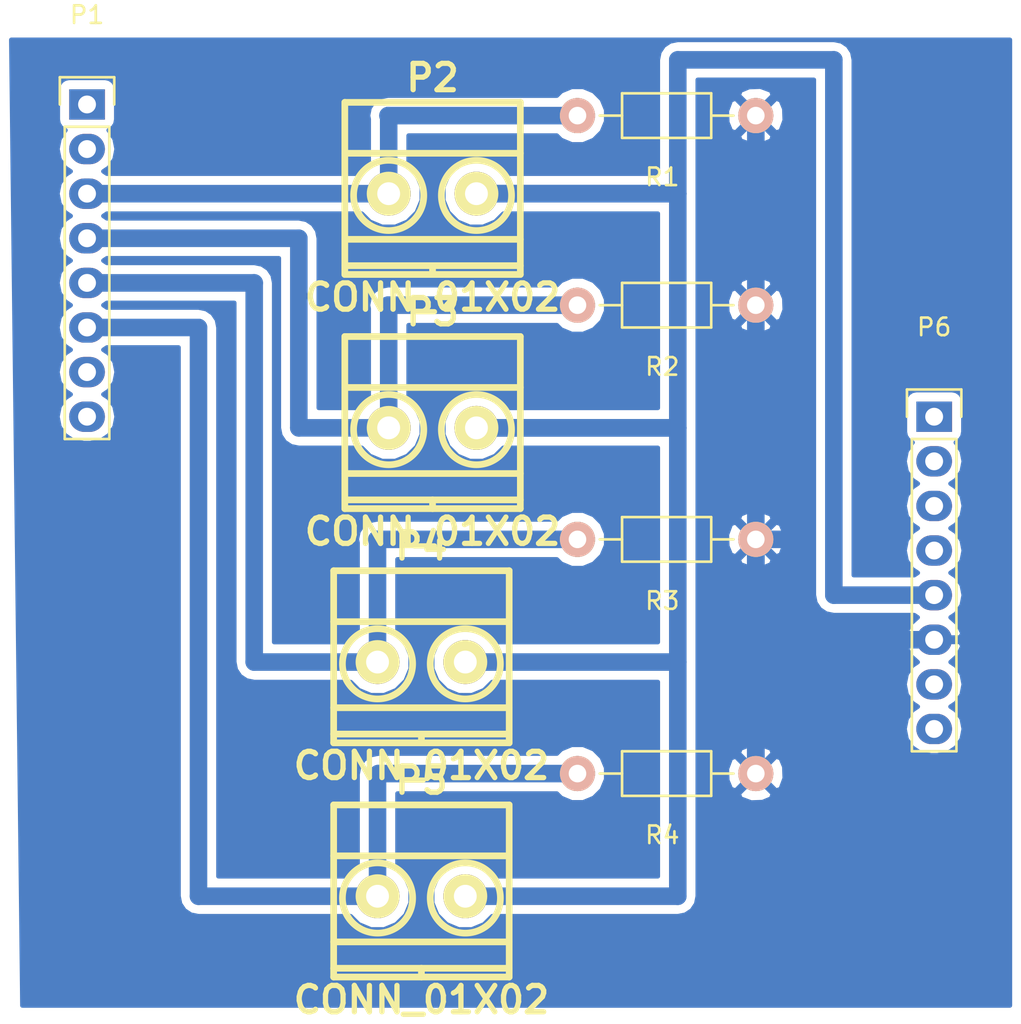
<source format=kicad_pcb>
(kicad_pcb (version 4) (host pcbnew 4.0.4-stable)

  (general
    (links 16)
    (no_connects 0)
    (area 110.536667 95.525 168.863334 154.135)
    (thickness 1.6)
    (drawings 0)
    (tracks 41)
    (zones 0)
    (modules 10)
    (nets 17)
  )

  (page A4)
  (layers
    (0 F.Cu signal)
    (31 B.Cu signal)
    (32 B.Adhes user)
    (33 F.Adhes user)
    (34 B.Paste user)
    (35 F.Paste user)
    (36 B.SilkS user)
    (37 F.SilkS user)
    (38 B.Mask user)
    (39 F.Mask user)
    (40 Dwgs.User user)
    (41 Cmts.User user)
    (42 Eco1.User user)
    (43 Eco2.User user)
    (44 Edge.Cuts user)
    (45 Margin user)
    (46 B.CrtYd user)
    (47 F.CrtYd user)
    (48 B.Fab user)
    (49 F.Fab user)
  )

  (setup
    (last_trace_width 1)
    (trace_clearance 0.2)
    (zone_clearance 0.254)
    (zone_45_only no)
    (trace_min 0.2)
    (segment_width 0.2)
    (edge_width 0.15)
    (via_size 0.6)
    (via_drill 0.4)
    (via_min_size 0.4)
    (via_min_drill 0.3)
    (uvia_size 0.3)
    (uvia_drill 0.1)
    (uvias_allowed no)
    (uvia_min_size 0.2)
    (uvia_min_drill 0.1)
    (pcb_text_width 0.3)
    (pcb_text_size 1.5 1.5)
    (mod_edge_width 0.15)
    (mod_text_size 1 1)
    (mod_text_width 0.15)
    (pad_size 1.524 1.524)
    (pad_drill 0.762)
    (pad_to_mask_clearance 0.2)
    (aux_axis_origin 0 0)
    (visible_elements 7FFFFFFF)
    (pcbplotparams
      (layerselection 0x00030_80000001)
      (usegerberextensions false)
      (excludeedgelayer true)
      (linewidth 0.100000)
      (plotframeref false)
      (viasonmask false)
      (mode 1)
      (useauxorigin false)
      (hpglpennumber 1)
      (hpglpenspeed 20)
      (hpglpendiameter 15)
      (hpglpenoverlay 2)
      (psnegative false)
      (psa4output false)
      (plotreference true)
      (plotvalue true)
      (plotinvisibletext false)
      (padsonsilk false)
      (subtractmaskfromsilk false)
      (outputformat 1)
      (mirror false)
      (drillshape 1)
      (scaleselection 1)
      (outputdirectory ../../../Desktop/))
  )

  (net 0 "")
  (net 1 "Net-(P1-Pad1)")
  (net 2 "Net-(P1-Pad2)")
  (net 3 "Net-(P1-Pad3)")
  (net 4 "Net-(P1-Pad4)")
  (net 5 "Net-(P1-Pad5)")
  (net 6 "Net-(P1-Pad6)")
  (net 7 "Net-(P1-Pad7)")
  (net 8 "Net-(P1-Pad8)")
  (net 9 +5V)
  (net 10 "Net-(P6-Pad1)")
  (net 11 "Net-(P6-Pad2)")
  (net 12 "Net-(P6-Pad3)")
  (net 13 "Net-(P6-Pad4)")
  (net 14 GND)
  (net 15 "Net-(P6-Pad7)")
  (net 16 "Net-(P6-Pad8)")

  (net_class Default "This is the default net class."
    (clearance 0.2)
    (trace_width 1)
    (via_dia 0.6)
    (via_drill 0.4)
    (uvia_dia 0.3)
    (uvia_drill 0.1)
    (add_net +5V)
    (add_net GND)
    (add_net "Net-(P1-Pad1)")
    (add_net "Net-(P1-Pad2)")
    (add_net "Net-(P1-Pad3)")
    (add_net "Net-(P1-Pad4)")
    (add_net "Net-(P1-Pad5)")
    (add_net "Net-(P1-Pad6)")
    (add_net "Net-(P1-Pad7)")
    (add_net "Net-(P1-Pad8)")
    (add_net "Net-(P6-Pad1)")
    (add_net "Net-(P6-Pad2)")
    (add_net "Net-(P6-Pad3)")
    (add_net "Net-(P6-Pad4)")
    (add_net "Net-(P6-Pad7)")
    (add_net "Net-(P6-Pad8)")
  )

  (module Pin_Headers:Pin_Header_Straight_1x08 (layer F.Cu) (tedit 0) (tstamp 58326122)
    (at 115.57 101.6)
    (descr "Through hole pin header")
    (tags "pin header")
    (path /58325C3C)
    (fp_text reference P1 (at 0 -5.1) (layer F.SilkS)
      (effects (font (size 1 1) (thickness 0.15)))
    )
    (fp_text value CONN_01X08 (at 0 -3.1) (layer F.Fab)
      (effects (font (size 1 1) (thickness 0.15)))
    )
    (fp_line (start -1.75 -1.75) (end -1.75 19.55) (layer F.CrtYd) (width 0.05))
    (fp_line (start 1.75 -1.75) (end 1.75 19.55) (layer F.CrtYd) (width 0.05))
    (fp_line (start -1.75 -1.75) (end 1.75 -1.75) (layer F.CrtYd) (width 0.05))
    (fp_line (start -1.75 19.55) (end 1.75 19.55) (layer F.CrtYd) (width 0.05))
    (fp_line (start 1.27 1.27) (end 1.27 19.05) (layer F.SilkS) (width 0.15))
    (fp_line (start 1.27 19.05) (end -1.27 19.05) (layer F.SilkS) (width 0.15))
    (fp_line (start -1.27 19.05) (end -1.27 1.27) (layer F.SilkS) (width 0.15))
    (fp_line (start 1.55 -1.55) (end 1.55 0) (layer F.SilkS) (width 0.15))
    (fp_line (start 1.27 1.27) (end -1.27 1.27) (layer F.SilkS) (width 0.15))
    (fp_line (start -1.55 0) (end -1.55 -1.55) (layer F.SilkS) (width 0.15))
    (fp_line (start -1.55 -1.55) (end 1.55 -1.55) (layer F.SilkS) (width 0.15))
    (pad 1 thru_hole rect (at 0 0) (size 2.032 1.7272) (drill 1.016) (layers *.Cu *.Mask)
      (net 1 "Net-(P1-Pad1)"))
    (pad 2 thru_hole oval (at 0 2.54) (size 2.032 1.7272) (drill 1.016) (layers *.Cu *.Mask)
      (net 2 "Net-(P1-Pad2)"))
    (pad 3 thru_hole oval (at 0 5.08) (size 2.032 1.7272) (drill 1.016) (layers *.Cu *.Mask)
      (net 3 "Net-(P1-Pad3)"))
    (pad 4 thru_hole oval (at 0 7.62) (size 2.032 1.7272) (drill 1.016) (layers *.Cu *.Mask)
      (net 4 "Net-(P1-Pad4)"))
    (pad 5 thru_hole oval (at 0 10.16) (size 2.032 1.7272) (drill 1.016) (layers *.Cu *.Mask)
      (net 5 "Net-(P1-Pad5)"))
    (pad 6 thru_hole oval (at 0 12.7) (size 2.032 1.7272) (drill 1.016) (layers *.Cu *.Mask)
      (net 6 "Net-(P1-Pad6)"))
    (pad 7 thru_hole oval (at 0 15.24) (size 2.032 1.7272) (drill 1.016) (layers *.Cu *.Mask)
      (net 7 "Net-(P1-Pad7)"))
    (pad 8 thru_hole oval (at 0 17.78) (size 2.032 1.7272) (drill 1.016) (layers *.Cu *.Mask)
      (net 8 "Net-(P1-Pad8)"))
    (model Pin_Headers.3dshapes/Pin_Header_Straight_1x08.wrl
      (at (xyz 0 -0.35 0))
      (scale (xyz 1 1 1))
      (rotate (xyz 0 0 90))
    )
  )

  (module Pin_Headers:Pin_Header_Straight_1x08 (layer F.Cu) (tedit 0) (tstamp 58326146)
    (at 163.83 119.38)
    (descr "Through hole pin header")
    (tags "pin header")
    (path /58325C7F)
    (fp_text reference P6 (at 0 -5.1) (layer F.SilkS)
      (effects (font (size 1 1) (thickness 0.15)))
    )
    (fp_text value CONN_01X08 (at 0 -3.1) (layer F.Fab)
      (effects (font (size 1 1) (thickness 0.15)))
    )
    (fp_line (start -1.75 -1.75) (end -1.75 19.55) (layer F.CrtYd) (width 0.05))
    (fp_line (start 1.75 -1.75) (end 1.75 19.55) (layer F.CrtYd) (width 0.05))
    (fp_line (start -1.75 -1.75) (end 1.75 -1.75) (layer F.CrtYd) (width 0.05))
    (fp_line (start -1.75 19.55) (end 1.75 19.55) (layer F.CrtYd) (width 0.05))
    (fp_line (start 1.27 1.27) (end 1.27 19.05) (layer F.SilkS) (width 0.15))
    (fp_line (start 1.27 19.05) (end -1.27 19.05) (layer F.SilkS) (width 0.15))
    (fp_line (start -1.27 19.05) (end -1.27 1.27) (layer F.SilkS) (width 0.15))
    (fp_line (start 1.55 -1.55) (end 1.55 0) (layer F.SilkS) (width 0.15))
    (fp_line (start 1.27 1.27) (end -1.27 1.27) (layer F.SilkS) (width 0.15))
    (fp_line (start -1.55 0) (end -1.55 -1.55) (layer F.SilkS) (width 0.15))
    (fp_line (start -1.55 -1.55) (end 1.55 -1.55) (layer F.SilkS) (width 0.15))
    (pad 1 thru_hole rect (at 0 0) (size 2.032 1.7272) (drill 1.016) (layers *.Cu *.Mask)
      (net 10 "Net-(P6-Pad1)"))
    (pad 2 thru_hole oval (at 0 2.54) (size 2.032 1.7272) (drill 1.016) (layers *.Cu *.Mask)
      (net 11 "Net-(P6-Pad2)"))
    (pad 3 thru_hole oval (at 0 5.08) (size 2.032 1.7272) (drill 1.016) (layers *.Cu *.Mask)
      (net 12 "Net-(P6-Pad3)"))
    (pad 4 thru_hole oval (at 0 7.62) (size 2.032 1.7272) (drill 1.016) (layers *.Cu *.Mask)
      (net 13 "Net-(P6-Pad4)"))
    (pad 5 thru_hole oval (at 0 10.16) (size 2.032 1.7272) (drill 1.016) (layers *.Cu *.Mask)
      (net 9 +5V))
    (pad 6 thru_hole oval (at 0 12.7) (size 2.032 1.7272) (drill 1.016) (layers *.Cu *.Mask)
      (net 14 GND))
    (pad 7 thru_hole oval (at 0 15.24) (size 2.032 1.7272) (drill 1.016) (layers *.Cu *.Mask)
      (net 15 "Net-(P6-Pad7)"))
    (pad 8 thru_hole oval (at 0 17.78) (size 2.032 1.7272) (drill 1.016) (layers *.Cu *.Mask)
      (net 16 "Net-(P6-Pad8)"))
    (model Pin_Headers.3dshapes/Pin_Header_Straight_1x08.wrl
      (at (xyz 0 -0.35 0))
      (scale (xyz 1 1 1))
      (rotate (xyz 0 0 90))
    )
  )

  (module Resistors_ThroughHole:Resistor_Horizontal_RM10mm (layer F.Cu) (tedit 56648415) (tstamp 5832614C)
    (at 153.67 102.235 180)
    (descr "Resistor, Axial,  RM 10mm, 1/3W")
    (tags "Resistor Axial RM 10mm 1/3W")
    (path /58325E13)
    (fp_text reference R1 (at 5.32892 -3.50012 180) (layer F.SilkS)
      (effects (font (size 1 1) (thickness 0.15)))
    )
    (fp_text value R (at 5.08 3.81 180) (layer F.Fab)
      (effects (font (size 1 1) (thickness 0.15)))
    )
    (fp_line (start -1.25 -1.5) (end 11.4 -1.5) (layer F.CrtYd) (width 0.05))
    (fp_line (start -1.25 1.5) (end -1.25 -1.5) (layer F.CrtYd) (width 0.05))
    (fp_line (start 11.4 -1.5) (end 11.4 1.5) (layer F.CrtYd) (width 0.05))
    (fp_line (start -1.25 1.5) (end 11.4 1.5) (layer F.CrtYd) (width 0.05))
    (fp_line (start 2.54 -1.27) (end 7.62 -1.27) (layer F.SilkS) (width 0.15))
    (fp_line (start 7.62 -1.27) (end 7.62 1.27) (layer F.SilkS) (width 0.15))
    (fp_line (start 7.62 1.27) (end 2.54 1.27) (layer F.SilkS) (width 0.15))
    (fp_line (start 2.54 1.27) (end 2.54 -1.27) (layer F.SilkS) (width 0.15))
    (fp_line (start 2.54 0) (end 1.27 0) (layer F.SilkS) (width 0.15))
    (fp_line (start 7.62 0) (end 8.89 0) (layer F.SilkS) (width 0.15))
    (pad 1 thru_hole circle (at 0 0 180) (size 1.99898 1.99898) (drill 1.00076) (layers *.Cu *.SilkS *.Mask)
      (net 14 GND))
    (pad 2 thru_hole circle (at 10.16 0 180) (size 1.99898 1.99898) (drill 1.00076) (layers *.Cu *.SilkS *.Mask)
      (net 3 "Net-(P1-Pad3)"))
    (model Resistors_ThroughHole.3dshapes/Resistor_Horizontal_RM10mm.wrl
      (at (xyz 0.2 0 0))
      (scale (xyz 0.4 0.4 0.4))
      (rotate (xyz 0 0 0))
    )
  )

  (module Resistors_ThroughHole:Resistor_Horizontal_RM10mm (layer F.Cu) (tedit 56648415) (tstamp 58326152)
    (at 153.67 113.03 180)
    (descr "Resistor, Axial,  RM 10mm, 1/3W")
    (tags "Resistor Axial RM 10mm 1/3W")
    (path /58325EF3)
    (fp_text reference R2 (at 5.32892 -3.50012 180) (layer F.SilkS)
      (effects (font (size 1 1) (thickness 0.15)))
    )
    (fp_text value R (at 5.08 3.81 180) (layer F.Fab)
      (effects (font (size 1 1) (thickness 0.15)))
    )
    (fp_line (start -1.25 -1.5) (end 11.4 -1.5) (layer F.CrtYd) (width 0.05))
    (fp_line (start -1.25 1.5) (end -1.25 -1.5) (layer F.CrtYd) (width 0.05))
    (fp_line (start 11.4 -1.5) (end 11.4 1.5) (layer F.CrtYd) (width 0.05))
    (fp_line (start -1.25 1.5) (end 11.4 1.5) (layer F.CrtYd) (width 0.05))
    (fp_line (start 2.54 -1.27) (end 7.62 -1.27) (layer F.SilkS) (width 0.15))
    (fp_line (start 7.62 -1.27) (end 7.62 1.27) (layer F.SilkS) (width 0.15))
    (fp_line (start 7.62 1.27) (end 2.54 1.27) (layer F.SilkS) (width 0.15))
    (fp_line (start 2.54 1.27) (end 2.54 -1.27) (layer F.SilkS) (width 0.15))
    (fp_line (start 2.54 0) (end 1.27 0) (layer F.SilkS) (width 0.15))
    (fp_line (start 7.62 0) (end 8.89 0) (layer F.SilkS) (width 0.15))
    (pad 1 thru_hole circle (at 0 0 180) (size 1.99898 1.99898) (drill 1.00076) (layers *.Cu *.SilkS *.Mask)
      (net 14 GND))
    (pad 2 thru_hole circle (at 10.16 0 180) (size 1.99898 1.99898) (drill 1.00076) (layers *.Cu *.SilkS *.Mask)
      (net 4 "Net-(P1-Pad4)"))
    (model Resistors_ThroughHole.3dshapes/Resistor_Horizontal_RM10mm.wrl
      (at (xyz 0.2 0 0))
      (scale (xyz 0.4 0.4 0.4))
      (rotate (xyz 0 0 0))
    )
  )

  (module Resistors_ThroughHole:Resistor_Horizontal_RM10mm (layer F.Cu) (tedit 56648415) (tstamp 58326158)
    (at 153.67 126.365 180)
    (descr "Resistor, Axial,  RM 10mm, 1/3W")
    (tags "Resistor Axial RM 10mm 1/3W")
    (path /58325F23)
    (fp_text reference R3 (at 5.32892 -3.50012 180) (layer F.SilkS)
      (effects (font (size 1 1) (thickness 0.15)))
    )
    (fp_text value R (at 5.08 3.81 180) (layer F.Fab)
      (effects (font (size 1 1) (thickness 0.15)))
    )
    (fp_line (start -1.25 -1.5) (end 11.4 -1.5) (layer F.CrtYd) (width 0.05))
    (fp_line (start -1.25 1.5) (end -1.25 -1.5) (layer F.CrtYd) (width 0.05))
    (fp_line (start 11.4 -1.5) (end 11.4 1.5) (layer F.CrtYd) (width 0.05))
    (fp_line (start -1.25 1.5) (end 11.4 1.5) (layer F.CrtYd) (width 0.05))
    (fp_line (start 2.54 -1.27) (end 7.62 -1.27) (layer F.SilkS) (width 0.15))
    (fp_line (start 7.62 -1.27) (end 7.62 1.27) (layer F.SilkS) (width 0.15))
    (fp_line (start 7.62 1.27) (end 2.54 1.27) (layer F.SilkS) (width 0.15))
    (fp_line (start 2.54 1.27) (end 2.54 -1.27) (layer F.SilkS) (width 0.15))
    (fp_line (start 2.54 0) (end 1.27 0) (layer F.SilkS) (width 0.15))
    (fp_line (start 7.62 0) (end 8.89 0) (layer F.SilkS) (width 0.15))
    (pad 1 thru_hole circle (at 0 0 180) (size 1.99898 1.99898) (drill 1.00076) (layers *.Cu *.SilkS *.Mask)
      (net 14 GND))
    (pad 2 thru_hole circle (at 10.16 0 180) (size 1.99898 1.99898) (drill 1.00076) (layers *.Cu *.SilkS *.Mask)
      (net 5 "Net-(P1-Pad5)"))
    (model Resistors_ThroughHole.3dshapes/Resistor_Horizontal_RM10mm.wrl
      (at (xyz 0.2 0 0))
      (scale (xyz 0.4 0.4 0.4))
      (rotate (xyz 0 0 0))
    )
  )

  (module Resistors_ThroughHole:Resistor_Horizontal_RM10mm (layer F.Cu) (tedit 56648415) (tstamp 5832615E)
    (at 153.67 139.7 180)
    (descr "Resistor, Axial,  RM 10mm, 1/3W")
    (tags "Resistor Axial RM 10mm 1/3W")
    (path /58325F4B)
    (fp_text reference R4 (at 5.32892 -3.50012 180) (layer F.SilkS)
      (effects (font (size 1 1) (thickness 0.15)))
    )
    (fp_text value R (at 5.08 3.81 180) (layer F.Fab)
      (effects (font (size 1 1) (thickness 0.15)))
    )
    (fp_line (start -1.25 -1.5) (end 11.4 -1.5) (layer F.CrtYd) (width 0.05))
    (fp_line (start -1.25 1.5) (end -1.25 -1.5) (layer F.CrtYd) (width 0.05))
    (fp_line (start 11.4 -1.5) (end 11.4 1.5) (layer F.CrtYd) (width 0.05))
    (fp_line (start -1.25 1.5) (end 11.4 1.5) (layer F.CrtYd) (width 0.05))
    (fp_line (start 2.54 -1.27) (end 7.62 -1.27) (layer F.SilkS) (width 0.15))
    (fp_line (start 7.62 -1.27) (end 7.62 1.27) (layer F.SilkS) (width 0.15))
    (fp_line (start 7.62 1.27) (end 2.54 1.27) (layer F.SilkS) (width 0.15))
    (fp_line (start 2.54 1.27) (end 2.54 -1.27) (layer F.SilkS) (width 0.15))
    (fp_line (start 2.54 0) (end 1.27 0) (layer F.SilkS) (width 0.15))
    (fp_line (start 7.62 0) (end 8.89 0) (layer F.SilkS) (width 0.15))
    (pad 1 thru_hole circle (at 0 0 180) (size 1.99898 1.99898) (drill 1.00076) (layers *.Cu *.SilkS *.Mask)
      (net 14 GND))
    (pad 2 thru_hole circle (at 10.16 0 180) (size 1.99898 1.99898) (drill 1.00076) (layers *.Cu *.SilkS *.Mask)
      (net 6 "Net-(P1-Pad6)"))
    (model Resistors_ThroughHole.3dshapes/Resistor_Horizontal_RM10mm.wrl
      (at (xyz 0.2 0 0))
      (scale (xyz 0.4 0.4 0.4))
      (rotate (xyz 0 0 0))
    )
  )

  (module bornera:mkds_1,5-2 (layer F.Cu) (tedit 0) (tstamp 58326128)
    (at 135.255 106.68)
    (descr "2-way 5mm pitch terminal block, Phoenix MKDS series")
    (path /58325FB7)
    (fp_text reference P2 (at 0 -6.6) (layer F.SilkS)
      (effects (font (size 1.5 1.5) (thickness 0.3)))
    )
    (fp_text value CONN_01X02 (at 0 5.9) (layer F.SilkS)
      (effects (font (size 1.5 1.5) (thickness 0.3)))
    )
    (fp_line (start 0 4.1) (end 0 4.6) (layer F.SilkS) (width 0.381))
    (fp_circle (center 2.5 0.1) (end 0.5 0.1) (layer F.SilkS) (width 0.381))
    (fp_circle (center -2.5 0.1) (end -0.5 0.1) (layer F.SilkS) (width 0.381))
    (fp_line (start -5 2.6) (end 5 2.6) (layer F.SilkS) (width 0.381))
    (fp_line (start -5 -2.3) (end 5 -2.3) (layer F.SilkS) (width 0.381))
    (fp_line (start -5 4.1) (end 5 4.1) (layer F.SilkS) (width 0.381))
    (fp_line (start -5 4.6) (end 5 4.6) (layer F.SilkS) (width 0.381))
    (fp_line (start 5 4.6) (end 5 -5.2) (layer F.SilkS) (width 0.381))
    (fp_line (start 5 -5.2) (end -5 -5.2) (layer F.SilkS) (width 0.381))
    (fp_line (start -5 -5.2) (end -5 4.6) (layer F.SilkS) (width 0.381))
    (pad 1 thru_hole circle (at -2.5 0) (size 2.5 2.5) (drill 1.3) (layers *.Cu *.Mask F.SilkS)
      (net 3 "Net-(P1-Pad3)"))
    (pad 2 thru_hole circle (at 2.5 0) (size 2.5 2.5) (drill 1.3) (layers *.Cu *.Mask F.SilkS)
      (net 9 +5V))
    (model walter/conn_mkds/mkds_1,5-2.wrl
      (at (xyz 0 0 0))
      (scale (xyz 1 1 1))
      (rotate (xyz 0 0 0))
    )
    (model ../../../../../../Users/ianmethyst/Downloads/3d_conn_mkds/walter/conn_mkds/mkds_1,5-2.wrl
      (at (xyz 0 0 0))
      (scale (xyz 1 1 1))
      (rotate (xyz 0 0 0))
    )
  )

  (module bornera:mkds_1,5-2 (layer F.Cu) (tedit 0) (tstamp 5832613A)
    (at 134.62 146.685)
    (descr "2-way 5mm pitch terminal block, Phoenix MKDS series")
    (path /58326094)
    (fp_text reference P5 (at 0 -6.6) (layer F.SilkS)
      (effects (font (size 1.5 1.5) (thickness 0.3)))
    )
    (fp_text value CONN_01X02 (at 0 5.9) (layer F.SilkS)
      (effects (font (size 1.5 1.5) (thickness 0.3)))
    )
    (fp_line (start 0 4.1) (end 0 4.6) (layer F.SilkS) (width 0.381))
    (fp_circle (center 2.5 0.1) (end 0.5 0.1) (layer F.SilkS) (width 0.381))
    (fp_circle (center -2.5 0.1) (end -0.5 0.1) (layer F.SilkS) (width 0.381))
    (fp_line (start -5 2.6) (end 5 2.6) (layer F.SilkS) (width 0.381))
    (fp_line (start -5 -2.3) (end 5 -2.3) (layer F.SilkS) (width 0.381))
    (fp_line (start -5 4.1) (end 5 4.1) (layer F.SilkS) (width 0.381))
    (fp_line (start -5 4.6) (end 5 4.6) (layer F.SilkS) (width 0.381))
    (fp_line (start 5 4.6) (end 5 -5.2) (layer F.SilkS) (width 0.381))
    (fp_line (start 5 -5.2) (end -5 -5.2) (layer F.SilkS) (width 0.381))
    (fp_line (start -5 -5.2) (end -5 4.6) (layer F.SilkS) (width 0.381))
    (pad 1 thru_hole circle (at -2.5 0) (size 2.5 2.5) (drill 1.3) (layers *.Cu *.Mask F.SilkS)
      (net 6 "Net-(P1-Pad6)"))
    (pad 2 thru_hole circle (at 2.5 0) (size 2.5 2.5) (drill 1.3) (layers *.Cu *.Mask F.SilkS)
      (net 9 +5V))
    (model walter/conn_mkds/mkds_1,5-2.wrl
      (at (xyz 0 0 0))
      (scale (xyz 1 1 1))
      (rotate (xyz 0 0 0))
    )
    (model ../../../../../../Users/ianmethyst/Downloads/3d_conn_mkds/walter/conn_mkds/mkds_1,5-2.wrl
      (at (xyz 0 0 0))
      (scale (xyz 1 1 1))
      (rotate (xyz 0 0 0))
    )
  )

  (module bornera:mkds_1,5-2 (layer F.Cu) (tedit 0) (tstamp 58326134)
    (at 134.62 133.35)
    (descr "2-way 5mm pitch terminal block, Phoenix MKDS series")
    (path /5832605D)
    (fp_text reference P4 (at 0 -6.6) (layer F.SilkS)
      (effects (font (size 1.5 1.5) (thickness 0.3)))
    )
    (fp_text value CONN_01X02 (at 0 5.9) (layer F.SilkS)
      (effects (font (size 1.5 1.5) (thickness 0.3)))
    )
    (fp_line (start 0 4.1) (end 0 4.6) (layer F.SilkS) (width 0.381))
    (fp_circle (center 2.5 0.1) (end 0.5 0.1) (layer F.SilkS) (width 0.381))
    (fp_circle (center -2.5 0.1) (end -0.5 0.1) (layer F.SilkS) (width 0.381))
    (fp_line (start -5 2.6) (end 5 2.6) (layer F.SilkS) (width 0.381))
    (fp_line (start -5 -2.3) (end 5 -2.3) (layer F.SilkS) (width 0.381))
    (fp_line (start -5 4.1) (end 5 4.1) (layer F.SilkS) (width 0.381))
    (fp_line (start -5 4.6) (end 5 4.6) (layer F.SilkS) (width 0.381))
    (fp_line (start 5 4.6) (end 5 -5.2) (layer F.SilkS) (width 0.381))
    (fp_line (start 5 -5.2) (end -5 -5.2) (layer F.SilkS) (width 0.381))
    (fp_line (start -5 -5.2) (end -5 4.6) (layer F.SilkS) (width 0.381))
    (pad 1 thru_hole circle (at -2.5 0) (size 2.5 2.5) (drill 1.3) (layers *.Cu *.Mask F.SilkS)
      (net 5 "Net-(P1-Pad5)"))
    (pad 2 thru_hole circle (at 2.5 0) (size 2.5 2.5) (drill 1.3) (layers *.Cu *.Mask F.SilkS)
      (net 9 +5V))
    (model walter/conn_mkds/mkds_1,5-2.wrl
      (at (xyz 0 0 0))
      (scale (xyz 1 1 1))
      (rotate (xyz 0 0 0))
    )
    (model ../../../../../../Users/ianmethyst/Downloads/3d_conn_mkds/walter/conn_mkds/mkds_1,5-2.wrl
      (at (xyz 0 0 0))
      (scale (xyz 1 1 1))
      (rotate (xyz 0 0 0))
    )
  )

  (module bornera:mkds_1,5-2 (layer F.Cu) (tedit 0) (tstamp 5832612E)
    (at 135.255 120.015)
    (descr "2-way 5mm pitch terminal block, Phoenix MKDS series")
    (path /58326017)
    (fp_text reference P3 (at 0 -6.6) (layer F.SilkS)
      (effects (font (size 1.5 1.5) (thickness 0.3)))
    )
    (fp_text value CONN_01X02 (at 0 5.9) (layer F.SilkS)
      (effects (font (size 1.5 1.5) (thickness 0.3)))
    )
    (fp_line (start 0 4.1) (end 0 4.6) (layer F.SilkS) (width 0.381))
    (fp_circle (center 2.5 0.1) (end 0.5 0.1) (layer F.SilkS) (width 0.381))
    (fp_circle (center -2.5 0.1) (end -0.5 0.1) (layer F.SilkS) (width 0.381))
    (fp_line (start -5 2.6) (end 5 2.6) (layer F.SilkS) (width 0.381))
    (fp_line (start -5 -2.3) (end 5 -2.3) (layer F.SilkS) (width 0.381))
    (fp_line (start -5 4.1) (end 5 4.1) (layer F.SilkS) (width 0.381))
    (fp_line (start -5 4.6) (end 5 4.6) (layer F.SilkS) (width 0.381))
    (fp_line (start 5 4.6) (end 5 -5.2) (layer F.SilkS) (width 0.381))
    (fp_line (start 5 -5.2) (end -5 -5.2) (layer F.SilkS) (width 0.381))
    (fp_line (start -5 -5.2) (end -5 4.6) (layer F.SilkS) (width 0.381))
    (pad 1 thru_hole circle (at -2.5 0) (size 2.5 2.5) (drill 1.3) (layers *.Cu *.Mask F.SilkS)
      (net 4 "Net-(P1-Pad4)"))
    (pad 2 thru_hole circle (at 2.5 0) (size 2.5 2.5) (drill 1.3) (layers *.Cu *.Mask F.SilkS)
      (net 9 +5V))
    (model walter/conn_mkds/mkds_1,5-2.wrl
      (at (xyz 0 0 0))
      (scale (xyz 1 1 1))
      (rotate (xyz 0 0 0))
    )
    (model ../../../../../../Users/ianmethyst/Downloads/3d_conn_mkds/walter/conn_mkds/mkds_1,5-2.wrl
      (at (xyz 0 0 0))
      (scale (xyz 1 1 1))
      (rotate (xyz 0 0 0))
    )
  )

  (segment (start 143.51 102.235) (end 132.715 102.235) (width 1) (layer B.Cu) (net 3))
  (segment (start 132.755 102.275) (end 132.755 106.68) (width 1) (layer B.Cu) (net 3) (tstamp 58437392))
  (segment (start 132.715 102.235) (end 132.755 102.275) (width 1) (layer B.Cu) (net 3) (tstamp 58437391))
  (segment (start 132.755 106.68) (end 115.57 106.68) (width 1) (layer B.Cu) (net 3) (tstamp 58437393))
  (segment (start 132.755 120.015) (end 127.635 120.015) (width 1) (layer B.Cu) (net 4) (status 10))
  (segment (start 127.635 109.22) (end 115.57 109.22) (width 1) (layer B.Cu) (net 4) (tstamp 58437328))
  (segment (start 127.635 120.015) (end 127.635 109.22) (width 1) (layer B.Cu) (net 4) (tstamp 58437327))
  (segment (start 143.51 113.03) (end 132.715 113.03) (width 1) (layer B.Cu) (net 4) (status 10))
  (segment (start 132.755 113.07) (end 132.755 120.015) (width 1) (layer B.Cu) (net 4) (tstamp 58437324) (status 20))
  (segment (start 132.715 113.03) (end 132.755 113.07) (width 1) (layer B.Cu) (net 4) (tstamp 58437323))
  (segment (start 115.57 111.76) (end 125.095 111.76) (width 1) (layer B.Cu) (net 5))
  (segment (start 125.095 133.35) (end 132.12 133.35) (width 1) (layer B.Cu) (net 5) (tstamp 5843749A))
  (segment (start 125.095 111.76) (end 125.095 133.35) (width 1) (layer B.Cu) (net 5) (tstamp 58437497))
  (segment (start 143.51 126.365) (end 132.08 126.365) (width 1) (layer B.Cu) (net 5))
  (segment (start 132.12 126.405) (end 132.12 133.35) (width 1) (layer B.Cu) (net 5) (tstamp 58437479))
  (segment (start 132.08 126.365) (end 132.12 126.405) (width 1) (layer B.Cu) (net 5) (tstamp 58437478))
  (segment (start 132.12 146.685) (end 132.12 139.74) (width 1) (layer B.Cu) (net 6))
  (segment (start 132.16 139.7) (end 143.51 139.7) (width 1) (layer B.Cu) (net 6) (tstamp 584374DD))
  (segment (start 132.12 139.74) (end 132.16 139.7) (width 1) (layer B.Cu) (net 6) (tstamp 584374DC))
  (segment (start 115.57 114.3) (end 121.92 114.3) (width 1) (layer B.Cu) (net 6))
  (segment (start 121.92 146.685) (end 132.12 146.685) (width 1) (layer B.Cu) (net 6) (tstamp 584374A5))
  (segment (start 121.92 114.3) (end 121.92 146.685) (width 1) (layer B.Cu) (net 6) (tstamp 584374A3))
  (segment (start 132.12 146.685) (end 132.08 146.645) (width 1) (layer B.Cu) (net 6) (tstamp 584374AC))
  (segment (start 149.225 133.35) (end 149.225 146.685) (width 1) (layer B.Cu) (net 9))
  (segment (start 149.225 146.685) (end 137.12 146.685) (width 1) (layer B.Cu) (net 9) (tstamp 58437472))
  (segment (start 149.225 120.015) (end 149.225 133.35) (width 1) (layer B.Cu) (net 9))
  (segment (start 149.225 133.35) (end 137.12 133.35) (width 1) (layer B.Cu) (net 9) (tstamp 5843746F))
  (segment (start 163.83 129.54) (end 158.115 129.54) (width 1) (layer B.Cu) (net 9))
  (segment (start 149.225 99.06) (end 149.225 106.68) (width 1) (layer B.Cu) (net 9) (tstamp 58437300))
  (segment (start 158.115 99.06) (end 149.225 99.06) (width 1) (layer B.Cu) (net 9) (tstamp 584372FF))
  (segment (start 158.115 129.54) (end 158.115 99.06) (width 1) (layer B.Cu) (net 9) (tstamp 584372FE))
  (segment (start 149.225 106.68) (end 137.755 106.68) (width 1) (layer B.Cu) (net 9) (tstamp 58437301))
  (segment (start 137.755 106.68) (end 149.225 106.68) (width 1) (layer B.Cu) (net 9) (tstamp 58437302))
  (segment (start 149.225 106.68) (end 149.225 120.015) (width 1) (layer B.Cu) (net 9) (tstamp 58437303))
  (segment (start 149.225 120.015) (end 137.755 120.015) (width 1) (layer B.Cu) (net 9) (tstamp 58437304) (status 20))
  (segment (start 137.755 120.015) (end 149.225 120.015) (width 1) (layer B.Cu) (net 9) (tstamp 58437305) (status 10))
  (segment (start 163.83 132.08) (end 156.21 132.08) (width 1) (layer B.Cu) (net 14))
  (segment (start 156.21 126.365) (end 153.67 126.365) (width 1) (layer B.Cu) (net 14) (tstamp 58437528))
  (segment (start 156.21 132.08) (end 156.21 126.365) (width 1) (layer B.Cu) (net 14) (tstamp 58437522))
  (segment (start 153.67 126.365) (end 153.67 139.7) (width 1) (layer B.Cu) (net 14) (tstamp 5843752A))
  (segment (start 153.67 139.7) (end 153.67 102.235) (width 1) (layer B.Cu) (net 14) (tstamp 5843752B))

  (zone (net 14) (net_name GND) (layer B.Cu) (tstamp 58336855) (hatch edge 0.508)
    (connect_pads (clearance 0.508))
    (min_thickness 0.254)
    (fill yes (arc_segments 16) (thermal_gap 0.508) (thermal_bridge_width 0.508))
    (polygon
      (pts
        (xy 168.275 97.79) (xy 168.275 153.035) (xy 111.76 153.035) (xy 111.125 97.79)
      )
    )
    (filled_polygon
      (pts
        (xy 168.148 152.908) (xy 111.885549 152.908) (xy 111.324998 104.14) (xy 113.886655 104.14) (xy 114.000729 104.713489)
        (xy 114.325585 105.19967) (xy 114.640366 105.41) (xy 114.325585 105.62033) (xy 114.000729 106.106511) (xy 113.886655 106.68)
        (xy 114.000729 107.253489) (xy 114.325585 107.73967) (xy 114.640366 107.95) (xy 114.325585 108.16033) (xy 114.000729 108.646511)
        (xy 113.886655 109.22) (xy 114.000729 109.793489) (xy 114.325585 110.27967) (xy 114.640366 110.49) (xy 114.325585 110.70033)
        (xy 114.000729 111.186511) (xy 113.886655 111.76) (xy 114.000729 112.333489) (xy 114.325585 112.81967) (xy 114.640366 113.03)
        (xy 114.325585 113.24033) (xy 114.000729 113.726511) (xy 113.886655 114.3) (xy 114.000729 114.873489) (xy 114.325585 115.35967)
        (xy 114.640366 115.57) (xy 114.325585 115.78033) (xy 114.000729 116.266511) (xy 113.886655 116.84) (xy 114.000729 117.413489)
        (xy 114.325585 117.89967) (xy 114.640366 118.11) (xy 114.325585 118.32033) (xy 114.000729 118.806511) (xy 113.886655 119.38)
        (xy 114.000729 119.953489) (xy 114.325585 120.43967) (xy 114.811766 120.764526) (xy 115.385255 120.8786) (xy 115.754745 120.8786)
        (xy 116.328234 120.764526) (xy 116.814415 120.43967) (xy 117.139271 119.953489) (xy 117.253345 119.38) (xy 117.139271 118.806511)
        (xy 116.814415 118.32033) (xy 116.499634 118.11) (xy 116.814415 117.89967) (xy 117.139271 117.413489) (xy 117.253345 116.84)
        (xy 117.139271 116.266511) (xy 116.814415 115.78033) (xy 116.499634 115.57) (xy 116.701676 115.435) (xy 120.785 115.435)
        (xy 120.785 146.685) (xy 120.871397 147.119346) (xy 121.117434 147.487566) (xy 121.485654 147.733603) (xy 121.92 147.82)
        (xy 130.589551 147.82) (xy 131.050839 148.282093) (xy 131.743405 148.569672) (xy 132.493305 148.570326) (xy 133.186372 148.283957)
        (xy 133.717093 147.754161) (xy 134.004672 147.061595) (xy 134.005326 146.311695) (xy 133.718957 145.618628) (xy 133.255 145.153861)
        (xy 133.255 140.835) (xy 142.333516 140.835) (xy 142.582927 141.084846) (xy 143.183453 141.334206) (xy 143.833694 141.334774)
        (xy 144.434655 141.086462) (xy 144.894846 140.627073) (xy 145.144206 140.026547) (xy 145.144774 139.376306) (xy 144.896462 138.775345)
        (xy 144.437073 138.315154) (xy 143.836547 138.065794) (xy 143.186306 138.065226) (xy 142.585345 138.313538) (xy 142.333444 138.565)
        (xy 132.16 138.565) (xy 131.725655 138.651396) (xy 131.357434 138.897433) (xy 131.317434 138.937434) (xy 131.071397 139.305654)
        (xy 130.985 139.74) (xy 130.985 145.154551) (xy 130.588861 145.55) (xy 123.055 145.55) (xy 123.055 114.3)
        (xy 122.968603 113.865654) (xy 122.722566 113.497434) (xy 122.354346 113.251397) (xy 121.92 113.165) (xy 116.701676 113.165)
        (xy 116.499634 113.03) (xy 116.701676 112.895) (xy 123.96 112.895) (xy 123.96 133.35) (xy 124.046397 133.784346)
        (xy 124.292434 134.152566) (xy 124.660654 134.398603) (xy 125.095 134.485) (xy 130.589551 134.485) (xy 131.050839 134.947093)
        (xy 131.743405 135.234672) (xy 132.493305 135.235326) (xy 133.186372 134.948957) (xy 133.717093 134.419161) (xy 134.004672 133.726595)
        (xy 134.004674 133.723305) (xy 135.234674 133.723305) (xy 135.521043 134.416372) (xy 136.050839 134.947093) (xy 136.743405 135.234672)
        (xy 137.493305 135.235326) (xy 138.186372 134.948957) (xy 138.651139 134.485) (xy 148.09 134.485) (xy 148.09 145.55)
        (xy 138.650449 145.55) (xy 138.189161 145.087907) (xy 137.496595 144.800328) (xy 136.746695 144.799674) (xy 136.053628 145.086043)
        (xy 135.522907 145.615839) (xy 135.235328 146.308405) (xy 135.234674 147.058305) (xy 135.521043 147.751372) (xy 136.050839 148.282093)
        (xy 136.743405 148.569672) (xy 137.493305 148.570326) (xy 138.186372 148.283957) (xy 138.651139 147.82) (xy 149.225 147.82)
        (xy 149.659346 147.733603) (xy 150.027566 147.487566) (xy 150.273603 147.119346) (xy 150.36 146.685) (xy 150.36 140.852163)
        (xy 152.697443 140.852163) (xy 152.796042 141.118965) (xy 153.405582 141.345401) (xy 154.055377 141.321341) (xy 154.543958 141.118965)
        (xy 154.642557 140.852163) (xy 153.67 139.879605) (xy 152.697443 140.852163) (xy 150.36 140.852163) (xy 150.36 139.435582)
        (xy 152.024599 139.435582) (xy 152.048659 140.085377) (xy 152.251035 140.573958) (xy 152.517837 140.672557) (xy 153.490395 139.7)
        (xy 153.849605 139.7) (xy 154.822163 140.672557) (xy 155.088965 140.573958) (xy 155.315401 139.964418) (xy 155.291341 139.314623)
        (xy 155.088965 138.826042) (xy 154.822163 138.727443) (xy 153.849605 139.7) (xy 153.490395 139.7) (xy 152.517837 138.727443)
        (xy 152.251035 138.826042) (xy 152.024599 139.435582) (xy 150.36 139.435582) (xy 150.36 138.547837) (xy 152.697443 138.547837)
        (xy 153.67 139.520395) (xy 154.642557 138.547837) (xy 154.543958 138.281035) (xy 153.934418 138.054599) (xy 153.284623 138.078659)
        (xy 152.796042 138.281035) (xy 152.697443 138.547837) (xy 150.36 138.547837) (xy 150.36 134.62) (xy 162.146655 134.62)
        (xy 162.260729 135.193489) (xy 162.585585 135.67967) (xy 162.900366 135.89) (xy 162.585585 136.10033) (xy 162.260729 136.586511)
        (xy 162.146655 137.16) (xy 162.260729 137.733489) (xy 162.585585 138.21967) (xy 163.071766 138.544526) (xy 163.645255 138.6586)
        (xy 164.014745 138.6586) (xy 164.588234 138.544526) (xy 165.074415 138.21967) (xy 165.399271 137.733489) (xy 165.513345 137.16)
        (xy 165.399271 136.586511) (xy 165.074415 136.10033) (xy 164.759634 135.89) (xy 165.074415 135.67967) (xy 165.399271 135.193489)
        (xy 165.513345 134.62) (xy 165.399271 134.046511) (xy 165.074415 133.56033) (xy 164.764931 133.353539) (xy 165.180732 132.982036)
        (xy 165.434709 132.454791) (xy 165.437358 132.439026) (xy 165.316217 132.207) (xy 163.957 132.207) (xy 163.957 132.227)
        (xy 163.703 132.227) (xy 163.703 132.207) (xy 162.343783 132.207) (xy 162.222642 132.439026) (xy 162.225291 132.454791)
        (xy 162.479268 132.982036) (xy 162.895069 133.353539) (xy 162.585585 133.56033) (xy 162.260729 134.046511) (xy 162.146655 134.62)
        (xy 150.36 134.62) (xy 150.36 127.517163) (xy 152.697443 127.517163) (xy 152.796042 127.783965) (xy 153.405582 128.010401)
        (xy 154.055377 127.986341) (xy 154.543958 127.783965) (xy 154.642557 127.517163) (xy 153.67 126.544605) (xy 152.697443 127.517163)
        (xy 150.36 127.517163) (xy 150.36 126.100582) (xy 152.024599 126.100582) (xy 152.048659 126.750377) (xy 152.251035 127.238958)
        (xy 152.517837 127.337557) (xy 153.490395 126.365) (xy 153.849605 126.365) (xy 154.822163 127.337557) (xy 155.088965 127.238958)
        (xy 155.315401 126.629418) (xy 155.291341 125.979623) (xy 155.088965 125.491042) (xy 154.822163 125.392443) (xy 153.849605 126.365)
        (xy 153.490395 126.365) (xy 152.517837 125.392443) (xy 152.251035 125.491042) (xy 152.024599 126.100582) (xy 150.36 126.100582)
        (xy 150.36 125.212837) (xy 152.697443 125.212837) (xy 153.67 126.185395) (xy 154.642557 125.212837) (xy 154.543958 124.946035)
        (xy 153.934418 124.719599) (xy 153.284623 124.743659) (xy 152.796042 124.946035) (xy 152.697443 125.212837) (xy 150.36 125.212837)
        (xy 150.36 114.182163) (xy 152.697443 114.182163) (xy 152.796042 114.448965) (xy 153.405582 114.675401) (xy 154.055377 114.651341)
        (xy 154.543958 114.448965) (xy 154.642557 114.182163) (xy 153.67 113.209605) (xy 152.697443 114.182163) (xy 150.36 114.182163)
        (xy 150.36 112.765582) (xy 152.024599 112.765582) (xy 152.048659 113.415377) (xy 152.251035 113.903958) (xy 152.517837 114.002557)
        (xy 153.490395 113.03) (xy 153.849605 113.03) (xy 154.822163 114.002557) (xy 155.088965 113.903958) (xy 155.315401 113.294418)
        (xy 155.291341 112.644623) (xy 155.088965 112.156042) (xy 154.822163 112.057443) (xy 153.849605 113.03) (xy 153.490395 113.03)
        (xy 152.517837 112.057443) (xy 152.251035 112.156042) (xy 152.024599 112.765582) (xy 150.36 112.765582) (xy 150.36 111.877837)
        (xy 152.697443 111.877837) (xy 153.67 112.850395) (xy 154.642557 111.877837) (xy 154.543958 111.611035) (xy 153.934418 111.384599)
        (xy 153.284623 111.408659) (xy 152.796042 111.611035) (xy 152.697443 111.877837) (xy 150.36 111.877837) (xy 150.36 103.387163)
        (xy 152.697443 103.387163) (xy 152.796042 103.653965) (xy 153.405582 103.880401) (xy 154.055377 103.856341) (xy 154.543958 103.653965)
        (xy 154.642557 103.387163) (xy 153.67 102.414605) (xy 152.697443 103.387163) (xy 150.36 103.387163) (xy 150.36 101.970582)
        (xy 152.024599 101.970582) (xy 152.048659 102.620377) (xy 152.251035 103.108958) (xy 152.517837 103.207557) (xy 153.490395 102.235)
        (xy 153.849605 102.235) (xy 154.822163 103.207557) (xy 155.088965 103.108958) (xy 155.315401 102.499418) (xy 155.291341 101.849623)
        (xy 155.088965 101.361042) (xy 154.822163 101.262443) (xy 153.849605 102.235) (xy 153.490395 102.235) (xy 152.517837 101.262443)
        (xy 152.251035 101.361042) (xy 152.024599 101.970582) (xy 150.36 101.970582) (xy 150.36 101.082837) (xy 152.697443 101.082837)
        (xy 153.67 102.055395) (xy 154.642557 101.082837) (xy 154.543958 100.816035) (xy 153.934418 100.589599) (xy 153.284623 100.613659)
        (xy 152.796042 100.816035) (xy 152.697443 101.082837) (xy 150.36 101.082837) (xy 150.36 100.195) (xy 156.98 100.195)
        (xy 156.98 129.54) (xy 157.066397 129.974346) (xy 157.312434 130.342566) (xy 157.680654 130.588603) (xy 158.115 130.675)
        (xy 162.698324 130.675) (xy 162.895069 130.806461) (xy 162.479268 131.177964) (xy 162.225291 131.705209) (xy 162.222642 131.720974)
        (xy 162.343783 131.953) (xy 163.703 131.953) (xy 163.703 131.933) (xy 163.957 131.933) (xy 163.957 131.953)
        (xy 165.316217 131.953) (xy 165.437358 131.720974) (xy 165.434709 131.705209) (xy 165.180732 131.177964) (xy 164.764931 130.806461)
        (xy 165.074415 130.59967) (xy 165.399271 130.113489) (xy 165.513345 129.54) (xy 165.399271 128.966511) (xy 165.074415 128.48033)
        (xy 164.759634 128.27) (xy 165.074415 128.05967) (xy 165.399271 127.573489) (xy 165.513345 127) (xy 165.399271 126.426511)
        (xy 165.074415 125.94033) (xy 164.759634 125.73) (xy 165.074415 125.51967) (xy 165.399271 125.033489) (xy 165.513345 124.46)
        (xy 165.399271 123.886511) (xy 165.074415 123.40033) (xy 164.759634 123.19) (xy 165.074415 122.97967) (xy 165.399271 122.493489)
        (xy 165.513345 121.92) (xy 165.399271 121.346511) (xy 165.074415 120.86033) (xy 165.060087 120.850757) (xy 165.081317 120.846762)
        (xy 165.297441 120.70769) (xy 165.442431 120.49549) (xy 165.49344 120.2436) (xy 165.49344 118.5164) (xy 165.449162 118.281083)
        (xy 165.31009 118.064959) (xy 165.09789 117.919969) (xy 164.846 117.86896) (xy 162.814 117.86896) (xy 162.578683 117.913238)
        (xy 162.362559 118.05231) (xy 162.217569 118.26451) (xy 162.16656 118.5164) (xy 162.16656 120.2436) (xy 162.210838 120.478917)
        (xy 162.34991 120.695041) (xy 162.56211 120.840031) (xy 162.603439 120.8484) (xy 162.585585 120.86033) (xy 162.260729 121.346511)
        (xy 162.146655 121.92) (xy 162.260729 122.493489) (xy 162.585585 122.97967) (xy 162.900366 123.19) (xy 162.585585 123.40033)
        (xy 162.260729 123.886511) (xy 162.146655 124.46) (xy 162.260729 125.033489) (xy 162.585585 125.51967) (xy 162.900366 125.73)
        (xy 162.585585 125.94033) (xy 162.260729 126.426511) (xy 162.146655 127) (xy 162.260729 127.573489) (xy 162.585585 128.05967)
        (xy 162.900366 128.27) (xy 162.698324 128.405) (xy 159.25 128.405) (xy 159.25 99.06) (xy 159.163603 98.625654)
        (xy 158.917566 98.257434) (xy 158.549346 98.011397) (xy 158.115 97.925) (xy 149.225 97.925) (xy 148.790654 98.011397)
        (xy 148.422434 98.257434) (xy 148.176397 98.625654) (xy 148.09 99.06) (xy 148.09 105.545) (xy 139.285449 105.545)
        (xy 138.824161 105.082907) (xy 138.131595 104.795328) (xy 137.381695 104.794674) (xy 136.688628 105.081043) (xy 136.157907 105.610839)
        (xy 135.870328 106.303405) (xy 135.869674 107.053305) (xy 136.156043 107.746372) (xy 136.685839 108.277093) (xy 137.378405 108.564672)
        (xy 138.128305 108.565326) (xy 138.821372 108.278957) (xy 139.286139 107.815) (xy 148.09 107.815) (xy 148.09 118.88)
        (xy 139.285449 118.88) (xy 138.824161 118.417907) (xy 138.131595 118.130328) (xy 137.381695 118.129674) (xy 136.688628 118.416043)
        (xy 136.157907 118.945839) (xy 135.870328 119.638405) (xy 135.869674 120.388305) (xy 136.156043 121.081372) (xy 136.685839 121.612093)
        (xy 137.378405 121.899672) (xy 138.128305 121.900326) (xy 138.821372 121.613957) (xy 139.286139 121.15) (xy 148.09 121.15)
        (xy 148.09 132.215) (xy 138.650449 132.215) (xy 138.189161 131.752907) (xy 137.496595 131.465328) (xy 136.746695 131.464674)
        (xy 136.053628 131.751043) (xy 135.522907 132.280839) (xy 135.235328 132.973405) (xy 135.234674 133.723305) (xy 134.004674 133.723305)
        (xy 134.005326 132.976695) (xy 133.718957 132.283628) (xy 133.255 131.818861) (xy 133.255 127.5) (xy 142.333516 127.5)
        (xy 142.582927 127.749846) (xy 143.183453 127.999206) (xy 143.833694 127.999774) (xy 144.434655 127.751462) (xy 144.894846 127.292073)
        (xy 145.144206 126.691547) (xy 145.144774 126.041306) (xy 144.896462 125.440345) (xy 144.437073 124.980154) (xy 143.836547 124.730794)
        (xy 143.186306 124.730226) (xy 142.585345 124.978538) (xy 142.333444 125.23) (xy 132.08 125.23) (xy 131.645654 125.316397)
        (xy 131.277434 125.562434) (xy 131.031397 125.930654) (xy 130.945 126.365) (xy 130.985 126.566093) (xy 130.985 131.819551)
        (xy 130.588861 132.215) (xy 126.23 132.215) (xy 126.23 111.76) (xy 126.143603 111.325654) (xy 125.897566 110.957434)
        (xy 125.529346 110.711397) (xy 125.095 110.625) (xy 116.701676 110.625) (xy 116.499634 110.49) (xy 116.701676 110.355)
        (xy 126.5 110.355) (xy 126.5 120.015) (xy 126.586397 120.449346) (xy 126.832434 120.817566) (xy 127.200654 121.063603)
        (xy 127.635 121.15) (xy 131.224551 121.15) (xy 131.685839 121.612093) (xy 132.378405 121.899672) (xy 133.128305 121.900326)
        (xy 133.821372 121.613957) (xy 134.352093 121.084161) (xy 134.639672 120.391595) (xy 134.640326 119.641695) (xy 134.353957 118.948628)
        (xy 133.89 118.483861) (xy 133.89 114.165) (xy 142.333516 114.165) (xy 142.582927 114.414846) (xy 143.183453 114.664206)
        (xy 143.833694 114.664774) (xy 144.434655 114.416462) (xy 144.894846 113.957073) (xy 145.144206 113.356547) (xy 145.144774 112.706306)
        (xy 144.896462 112.105345) (xy 144.437073 111.645154) (xy 143.836547 111.395794) (xy 143.186306 111.395226) (xy 142.585345 111.643538)
        (xy 142.333444 111.895) (xy 132.715 111.895) (xy 132.280654 111.981397) (xy 131.912434 112.227434) (xy 131.666397 112.595654)
        (xy 131.58 113.03) (xy 131.62 113.231093) (xy 131.62 118.484551) (xy 131.223861 118.88) (xy 128.77 118.88)
        (xy 128.77 109.22) (xy 128.683603 108.785654) (xy 128.437566 108.417434) (xy 128.069346 108.171397) (xy 127.635 108.085)
        (xy 116.701676 108.085) (xy 116.499634 107.95) (xy 116.701676 107.815) (xy 131.224551 107.815) (xy 131.685839 108.277093)
        (xy 132.378405 108.564672) (xy 133.128305 108.565326) (xy 133.821372 108.278957) (xy 134.352093 107.749161) (xy 134.639672 107.056595)
        (xy 134.640326 106.306695) (xy 134.353957 105.613628) (xy 133.89 105.148861) (xy 133.89 103.37) (xy 142.333516 103.37)
        (xy 142.582927 103.619846) (xy 143.183453 103.869206) (xy 143.833694 103.869774) (xy 144.434655 103.621462) (xy 144.894846 103.162073)
        (xy 145.144206 102.561547) (xy 145.144774 101.911306) (xy 144.896462 101.310345) (xy 144.437073 100.850154) (xy 143.836547 100.600794)
        (xy 143.186306 100.600226) (xy 142.585345 100.848538) (xy 142.333444 101.1) (xy 132.715 101.1) (xy 132.280654 101.186397)
        (xy 131.912434 101.432434) (xy 131.666397 101.800654) (xy 131.58 102.235) (xy 131.62 102.436093) (xy 131.62 105.149551)
        (xy 131.223861 105.545) (xy 116.701676 105.545) (xy 116.499634 105.41) (xy 116.814415 105.19967) (xy 117.139271 104.713489)
        (xy 117.253345 104.14) (xy 117.139271 103.566511) (xy 116.814415 103.08033) (xy 116.800087 103.070757) (xy 116.821317 103.066762)
        (xy 117.037441 102.92769) (xy 117.182431 102.71549) (xy 117.23344 102.4636) (xy 117.23344 100.7364) (xy 117.189162 100.501083)
        (xy 117.05009 100.284959) (xy 116.83789 100.139969) (xy 116.586 100.08896) (xy 114.554 100.08896) (xy 114.318683 100.133238)
        (xy 114.102559 100.27231) (xy 113.957569 100.48451) (xy 113.90656 100.7364) (xy 113.90656 102.4636) (xy 113.950838 102.698917)
        (xy 114.08991 102.915041) (xy 114.30211 103.060031) (xy 114.343439 103.0684) (xy 114.325585 103.08033) (xy 114.000729 103.566511)
        (xy 113.886655 104.14) (xy 111.324998 104.14) (xy 111.253469 97.917) (xy 168.148 97.917)
      )
    )
  )
)

</source>
